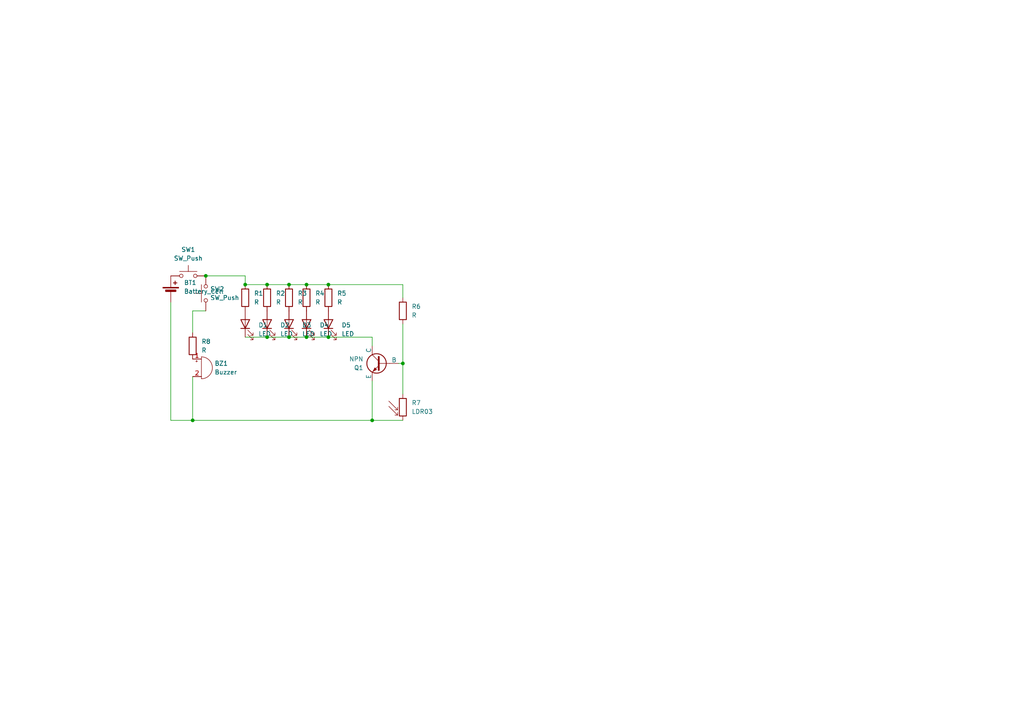
<source format=kicad_sch>
(kicad_sch (version 20250114) (generator "eeschema") (generator_version "9.0")
  (paper "A4")
  (lib_symbols
    (symbol "Device:Battery_Cell" (pin_numbers (hide yes)) (pin_names (offset 0) (hide yes))
      (property "Reference" "BT" (at 2.54 2.54 0))
      (property "Value" "Battery_Cell" (at 2.54 0 0))
      (symbol "Battery_Cell_0_1"
        (rectangle (start -2.286 1.778) (end 2.286 1.524) (fill (type outline)))
        (rectangle (start -1.524 1.016) (end 1.524 0.508) (fill (type outline)))
        (polyline (pts (xy 0 1.778) (xy 0 2.54)))
        (polyline (pts (xy 0 0.762) (xy 0 0)))
        (polyline (pts (xy 0.762 3.048) (xy 1.778 3.048)) (stroke (width 0.254)))
        (polyline (pts (xy 1.27 3.556) (xy 1.27 2.54)) (stroke (width 0.254)))
      )
      (symbol "Battery_Cell_1_1"
        (pin passive line (at 0 5.08 270) (length 2.54) (name "+") (number "1"))
        (pin passive line (at 0 -2.54 90) (length 2.54) (name "-") (number "2"))
      )
    )
    (symbol "Device:Buzzer" (pin_names (offset 0.0254) (hide yes))
      (property "Reference" "BZ" (at 3.81 1.27 0))
      (property "Value" "Buzzer" (at 3.81 -1.27 0))
      (symbol "Buzzer_0_1"
        (polyline (pts (xy -1.651 1.905) (xy -1.143 1.905)))
        (polyline (pts (xy -1.397 2.159) (xy -1.397 1.651)))
        (arc (start 0 3.175) (mid 3.1612 0) (end 0 -3.175))
        (polyline (pts (xy 0 3.175) (xy 0 -3.175)))
      )
      (symbol "Buzzer_1_1"
        (pin passive line (at -2.54 2.54 0) (length 2.54) (name "+") (number "1"))
        (pin passive line (at -2.54 -2.54 0) (length 2.54) (name "-") (number "2"))
      )
    )
    (symbol "Device:LED" (pin_numbers (hide yes)) (pin_names (offset 1.016) (hide yes))
      (property "Reference" "D" (at 0 2.54 0))
      (property "Value" "LED" (at 0 -2.54 0))
      (symbol "LED_0_1"
        (polyline (pts (xy -3.048 -0.762) (xy -4.572 -2.286) (xy -3.81 -2.286) (xy -4.572 -2.286) (xy -4.572 -1.524)))
        (polyline (pts (xy -1.778 -0.762) (xy -3.302 -2.286) (xy -2.54 -2.286) (xy -3.302 -2.286) (xy -3.302 -1.524)))
        (polyline (pts (xy -1.27 0) (xy 1.27 0)))
        (polyline (pts (xy -1.27 -1.27) (xy -1.27 1.27)) (stroke (width 0.254)))
        (polyline (pts (xy 1.27 -1.27) (xy 1.27 1.27) (xy -1.27 0) (xy 1.27 -1.27)) (stroke (width 0.254)))
      )
      (symbol "LED_1_1"
        (pin passive line (at -3.81 0 0) (length 2.54) (name "K") (number "1"))
        (pin passive line (at 3.81 0 180) (length 2.54) (name "A") (number "2"))
      )
    )
    (symbol "Device:R" (pin_numbers (hide yes)) (pin_names (offset 0))
      (property "Reference" "R" (at 2.032 0 90))
      (property "Value" "R" (at 0 0 90))
      (symbol "R_0_1"
        (rectangle (start -1.016 -2.54) (end 1.016 2.54) (stroke (width 0.254)))
      )
      (symbol "R_1_1"
        (pin passive line (at 0 3.81 270) (length 1.27) (name "~") (number "1"))
        (pin passive line (at 0 -3.81 90) (length 1.27) (name "~") (number "2"))
      )
    )
    (symbol "Sensor_Optical:LDR03" (pin_numbers (hide yes)) (pin_names (offset 0))
      (property "Reference" "R" (at -5.08 0 90))
      (property "Value" "LDR03" (at 1.905 0 90))
      (symbol "LDR03_0_1"
        (polyline (pts (xy -1.524 -0.762) (xy -4.064 1.778)))
        (polyline (pts (xy -1.524 -0.762) (xy -2.286 -0.762)))
        (polyline (pts (xy -1.524 -0.762) (xy -1.524 0)))
        (polyline (pts (xy -1.524 -2.286) (xy -4.064 0.254)))
        (polyline (pts (xy -1.524 -2.286) (xy -2.286 -2.286)))
        (polyline (pts (xy -1.524 -2.286) (xy -1.524 -1.524)))
        (rectangle (start -1.016 2.54) (end 1.016 -2.54) (stroke (width 0.254)))
      )
      (symbol "LDR03_1_1"
        (pin passive line (at 0 3.81 270) (length 1.27) (name "~") (number "1"))
        (pin passive line (at 0 -3.81 90) (length 1.27) (name "~") (number "2"))
      )
    )
    (symbol "Simulation_SPICE:NPN" (pin_numbers (hide yes)) (pin_names (offset 0))
      (property "Reference" "Q" (at -2.54 7.62 0))
      (property "Value" "NPN" (at -2.54 5.08 0))
      (symbol "NPN_0_1"
        (polyline (pts (xy -2.54 0) (xy 0.635 0)) (stroke (width 0.1524)))
        (polyline (pts (xy 0.635 1.905) (xy 0.635 -1.905) (xy 0.635 -1.905)) (stroke (width 0.508)))
        (polyline (pts (xy 0.635 0.635) (xy 2.54 2.54)))
        (polyline (pts (xy 0.635 -0.635) (xy 2.54 -2.54) (xy 2.54 -2.54)))
        (circle (center 1.27 0) (radius 2.8194) (stroke (width 0.254)))
        (polyline (pts (xy 1.27 -1.778) (xy 1.778 -1.27) (xy 2.286 -2.286) (xy 1.27 -1.778) (xy 1.27 -1.778)) (fill (type outline)))
        (polyline (pts (xy 2.794 -1.27) (xy 2.794 -1.27)) (stroke (width 0.1524)))
        (polyline (pts (xy 2.794 -1.27) (xy 2.794 -1.27)) (stroke (width 0.1524)))
      )
      (symbol "NPN_1_1"
        (pin input line (at -5.08 0 0) (length 2.54) (name "B") (number "2"))
        (pin open_collector line (at 2.54 5.08 270) (length 2.54) (name "C") (number "1"))
        (pin open_emitter line (at 2.54 -5.08 90) (length 2.54) (name "E") (number "3"))
      )
    )
    (symbol "Switch:SW_Push" (pin_numbers (hide yes)) (pin_names (offset 1.016) (hide yes))
      (property "Reference" "SW" (at 1.27 2.54 0))
      (property "Value" "SW_Push" (at 0 -1.524 0))
      (symbol "SW_Push_0_1"
        (circle (center -2.032 0) (radius 0.508))
        (polyline (pts (xy 0 1.27) (xy 0 3.048)))
        (circle (center 2.032 0) (radius 0.508))
        (polyline (pts (xy 2.54 1.27) (xy -2.54 1.27)))
        (pin passive line (at -5.08 0 0) (length 2.54) (name "1") (number "1"))
        (pin passive line (at 5.08 0 180) (length 2.54) (name "2") (number "2"))
      )
    )
  )
  (junction (at 77.47 82.55))
  (junction (at 88.9 97.79))
  (junction (at 77.47 97.79))
  (junction (at 107.95 121.92))
  (junction (at 88.9 82.55))
  (junction (at 116.84 105.41))
  (junction (at 59.69 80.01))
  (junction (at 83.82 97.79))
  (junction (at 71.12 82.55))
  (junction (at 95.25 97.79))
  (junction (at 83.82 82.55))
  (junction (at 55.88 121.92))
  (junction (at 95.25 82.55))
  (wire (pts (xy 55.88 109.22) (xy 55.88 121.92)))
  (wire (pts (xy 107.95 97.79) (xy 107.95 100.33)))
  (wire (pts (xy 88.9 82.55) (xy 95.25 82.55)))
  (wire (pts (xy 116.84 93.98) (xy 116.84 105.41)))
  (wire (pts (xy 71.12 82.55) (xy 77.47 82.55)))
  (wire (pts (xy 77.47 97.79) (xy 83.82 97.79)))
  (wire (pts (xy 88.9 97.79) (xy 95.25 97.79)))
  (wire (pts (xy 95.25 97.79) (xy 107.95 97.79)))
  (wire (pts (xy 55.88 96.52) (xy 55.88 90.17)))
  (wire (pts (xy 116.84 121.92) (xy 107.95 121.92)))
  (wire (pts (xy 95.25 82.55) (xy 116.84 82.55)))
  (wire (pts (xy 55.88 121.92) (xy 107.95 121.92)))
  (wire (pts (xy 49.53 87.63) (xy 49.53 121.92)))
  (wire (pts (xy 116.84 82.55) (xy 116.84 86.36)))
  (wire (pts (xy 59.69 80.01) (xy 71.12 80.01)))
  (wire (pts (xy 49.53 121.92) (xy 55.88 121.92)))
  (wire (pts (xy 71.12 80.01) (xy 71.12 82.55)))
  (wire (pts (xy 116.84 105.41) (xy 115.57 105.41)))
  (wire (pts (xy 116.84 105.41) (xy 116.84 114.3)))
  (wire (pts (xy 71.12 97.79) (xy 77.47 97.79)))
  (wire (pts (xy 77.47 82.55) (xy 83.82 82.55)))
  (wire (pts (xy 83.82 82.55) (xy 88.9 82.55)))
  (wire (pts (xy 83.82 97.79) (xy 88.9 97.79)))
  (wire (pts (xy 107.95 110.49) (xy 107.95 121.92)))
  (wire (pts (xy 55.88 90.17) (xy 59.69 90.17)))
  (symbol (lib_id "Device:Battery_Cell") (at 49.53 85.09 0) (unit 1)
    (property "Reference" "BT1" (at 53.34 81.9784 0) (effects (justify left)))
    (property "Value" "Battery_Cell" (at 53.34 84.5184 0) (effects (justify left)))
    (property "Footprint" "Battery:BatteryHolder_Keystone_3034_1x20mm" (effects (hide yes)))
    (property "Description" "Single-cell battery" (effects (hide yes)))
  )
  (symbol (lib_id "Device:LED") (at 77.47 93.98 90) (unit 1)
    (property "Reference" "D2" (at 81.28 94.2974 90) (effects (justify right)))
    (property "Value" "LED" (at 81.28 96.8374 90) (effects (justify right)))
    (property "Footprint" "LED_THT:LED_D5.0mm" (effects (hide yes)))
    (property "Description" "Light emitting diode" (effects (hide yes)))
    (property "Sim.Pins" "1=K 2=A" (effects (hide yes)))
  )
  (symbol (lib_id "Simulation_SPICE:NPN") (at 110.49 105.41 0) (mirror y) (unit 1)
    (property "Reference" "Q1" (at 105.41 106.6801 0) (effects (justify left)))
    (property "Value" "NPN" (at 105.41 104.1401 0) (effects (justify left)))
    (property "Footprint" "Package_TO_SOT_THT:TO-92L_HandSolder" (effects (hide yes)))
    (property "Datasheet" "https://ngspice.sourceforge.io/docs/ngspice-html-manual/manual.xhtml#cha_BJTs" (effects (hide yes)))
    (property "Description" "Bipolar transistor symbol for simulation only, substrate tied to the emitter" (effects (hide yes)))
    (property "Sim.Device" "NPN" (effects (hide yes)))
    (property "Sim.Type" "GUMMELPOON" (effects (hide yes)))
    (property "Sim.Pins" "1=C 2=B 3=E" (effects (hide yes)))
  )
  (symbol (lib_id "Sensor_Optical:LDR03") (at 116.84 118.11 0) (unit 1)
    (property "Reference" "R7" (at 119.38 116.8399 0) (effects (justify left)))
    (property "Value" "LDR03" (at 119.38 119.3799 0) (effects (justify left)))
    (property "Footprint" "OptoDevice:R_LDR_5.1x4.3mm_P3.4mm_Vertical" (effects (hide yes)))
    (property "Datasheet" "http://www.elektronica-componenten.nl/WebRoot/StoreNL/Shops/61422969/54F1/BA0C/C664/31B9/2173/C0A8/2AB9/2AEF/LDR03IMP.pdf" (effects (hide yes)))
    (property "Description" "light dependent resistor" (effects (hide yes)))
  )
  (symbol (lib_id "Device:LED") (at 71.12 93.98 90) (unit 1)
    (property "Reference" "D1" (at 74.93 94.2974 90) (effects (justify right)))
    (property "Value" "LED" (at 74.93 96.8374 90) (effects (justify right)))
    (property "Footprint" "LED_THT:LED_D5.0mm" (effects (hide yes)))
    (property "Description" "Light emitting diode" (effects (hide yes)))
    (property "Sim.Pins" "1=K 2=A" (effects (hide yes)))
  )
  (symbol (lib_id "Device:Buzzer") (at 58.42 106.68 0) (unit 1)
    (property "Reference" "BZ1" (at 62.23 105.4099 0) (effects (justify left)))
    (property "Value" "Buzzer" (at 62.23 107.9499 0) (effects (justify left)))
    (property "Footprint" "Buzzer_Beeper:MagneticBuzzer_ProSignal_ABI-009-RC" (effects (hide yes)))
    (property "Description" "Buzzer, polarized" (effects (hide yes)))
  )
  (symbol (lib_id "Device:R") (at 116.84 90.17 0) (unit 1)
    (property "Reference" "R6" (at 119.38 88.8999 0) (effects (justify left)))
    (property "Value" "R" (at 119.38 91.4399 0) (effects (justify left)))
    (property "Footprint" "Resistor_THT:R_Axial_DIN0207_L6.3mm_D2.5mm_P7.62mm_Horizontal" (effects (hide yes)))
    (property "Description" "Resistor" (effects (hide yes)))
  )
  (symbol (lib_id "Device:LED") (at 83.82 93.98 90) (unit 1)
    (property "Reference" "D3" (at 87.63 94.2974 90) (effects (justify right)))
    (property "Value" "LED" (at 87.63 96.8374 90) (effects (justify right)))
    (property "Footprint" "LED_THT:LED_D5.0mm" (effects (hide yes)))
    (property "Description" "Light emitting diode" (effects (hide yes)))
    (property "Sim.Pins" "1=K 2=A" (effects (hide yes)))
  )
  (symbol (lib_id "Device:R") (at 83.82 86.36 0) (unit 1)
    (property "Reference" "R3" (at 86.36 85.0899 0) (effects (justify left)))
    (property "Value" "R" (at 86.36 87.6299 0) (effects (justify left)))
    (property "Footprint" "Resistor_THT:R_Axial_DIN0207_L6.3mm_D2.5mm_P7.62mm_Horizontal" (effects (hide yes)))
    (property "Description" "Resistor" (effects (hide yes)))
  )
  (symbol (lib_id "Switch:SW_Push") (at 54.61 80.01 0) (unit 1)
    (property "Reference" "SW1" (at 54.61 72.39 0))
    (property "Value" "SW_Push" (at 54.61 74.93 0))
    (property "Footprint" "Button_Switch_THT:SW_PUSH_6mm" (effects (hide yes)))
    (property "Description" "Push button switch, generic, two pins" (effects (hide yes)))
  )
  (symbol (lib_id "Device:R") (at 55.88 100.33 0) (unit 1)
    (property "Reference" "R8" (at 58.42 99.0599 0) (effects (justify left)))
    (property "Value" "R" (at 58.42 101.5999 0) (effects (justify left)))
    (property "Footprint" "Resistor_THT:R_Axial_DIN0207_L6.3mm_D2.5mm_P7.62mm_Horizontal" (effects (hide yes)))
    (property "Description" "Resistor" (effects (hide yes)))
  )
  (symbol (lib_id "Device:R") (at 95.25 86.36 0) (unit 1)
    (property "Reference" "R5" (at 97.79 85.0899 0) (effects (justify left)))
    (property "Value" "R" (at 97.79 87.6299 0) (effects (justify left)))
    (property "Footprint" "Resistor_THT:R_Axial_DIN0207_L6.3mm_D2.5mm_P7.62mm_Horizontal" (effects (hide yes)))
    (property "Description" "Resistor" (effects (hide yes)))
  )
  (symbol (lib_id "Device:LED") (at 88.9 93.98 90) (unit 1)
    (property "Reference" "D4" (at 92.71 94.2974 90) (effects (justify right)))
    (property "Value" "LED" (at 92.71 96.8374 90) (effects (justify right)))
    (property "Footprint" "LED_THT:LED_D5.0mm" (effects (hide yes)))
    (property "Description" "Light emitting diode" (effects (hide yes)))
    (property "Sim.Pins" "1=K 2=A" (effects (hide yes)))
  )
  (symbol (lib_id "Device:R") (at 71.12 86.36 0) (unit 1)
    (property "Reference" "R1" (at 73.66 85.0899 0) (effects (justify left)))
    (property "Value" "R" (at 73.66 87.6299 0) (effects (justify left)))
    (property "Footprint" "Resistor_THT:R_Axial_DIN0207_L6.3mm_D2.5mm_P7.62mm_Horizontal" (effects (hide yes)))
    (property "Description" "Resistor" (effects (hide yes)))
  )
  (symbol (lib_id "Device:R") (at 77.47 86.36 0) (unit 1)
    (property "Reference" "R2" (at 80.01 85.0899 0) (effects (justify left)))
    (property "Value" "R" (at 80.01 87.6299 0) (effects (justify left)))
    (property "Footprint" "Resistor_THT:R_Axial_DIN0207_L6.3mm_D2.5mm_P7.62mm_Horizontal" (effects (hide yes)))
    (property "Description" "Resistor" (effects (hide yes)))
  )
  (symbol (lib_id "Device:LED") (at 95.25 93.98 90) (unit 1)
    (property "Reference" "D5" (at 99.06 94.2974 90) (effects (justify right)))
    (property "Value" "LED" (at 99.06 96.8374 90) (effects (justify right)))
    (property "Footprint" "LED_THT:LED_D5.0mm" (effects (hide yes)))
    (property "Description" "Light emitting diode" (effects (hide yes)))
    (property "Sim.Pins" "1=K 2=A" (effects (hide yes)))
  )
  (symbol (lib_id "Switch:SW_Push") (at 59.69 85.09 90) (unit 1)
    (property "Reference" "SW2" (at 60.96 83.8199 90) (effects (justify right)))
    (property "Value" "SW_Push" (at 60.96 86.3599 90) (effects (justify right)))
    (property "Footprint" "Button_Switch_THT:SW_PUSH_6mm" (effects (hide yes)))
    (property "Description" "Push button switch, generic, two pins" (effects (hide yes)))
  )
  (symbol (lib_id "Device:R") (at 88.9 86.36 0) (unit 1)
    (property "Reference" "R4" (at 91.44 85.0899 0) (effects (justify left)))
    (property "Value" "R" (at 91.44 87.6299 0) (effects (justify left)))
    (property "Footprint" "Resistor_THT:R_Axial_DIN0207_L6.3mm_D2.5mm_P7.62mm_Horizontal" (effects (hide yes)))
    (property "Description" "Resistor" (effects (hide yes)))
  )
)
</source>
